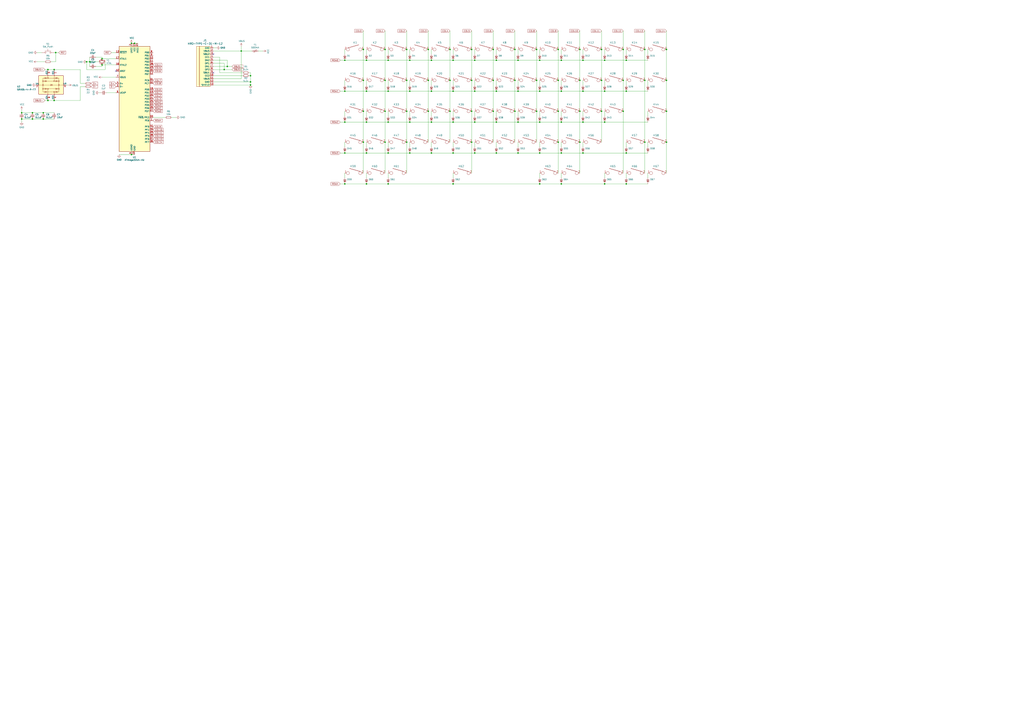
<source format=kicad_sch>
(kicad_sch (version 20200714) (host eeschema "(5.99.0-2809-gaceed2b0a4)")
  (page 1 1)
  (paper "A1")
  (junction (at 17.78 92.71) (diameter 1.016))
  (junction (at 17.78 97.79) (diameter 1.016))
  (junction (at 26.67 92.71) (diameter 1.016))
  (junction (at 26.67 97.79) (diameter 1.016))
  (junction (at 35.56 92.71) (diameter 1.016))
  (junction (at 35.56 97.79) (diameter 1.016))
  (junction (at 39.37 57.15) (diameter 1.016))
  (junction (at 39.37 82.55) (diameter 1.016))
  (junction (at 44.45 57.15) (diameter 1.016))
  (junction (at 44.45 82.55) (diameter 1.016))
  (junction (at 45.72 43.18) (diameter 1.016))
  (junction (at 71.12 50.8) (diameter 1.016))
  (junction (at 73.66 50.8) (diameter 1.016))
  (junction (at 83.82 48.26) (diameter 1.016))
  (junction (at 83.82 53.34) (diameter 1.016))
  (junction (at 107.95 35.56) (diameter 1.016))
  (junction (at 107.95 127) (diameter 1.016))
  (junction (at 110.49 35.56) (diameter 1.016))
  (junction (at 184.15 57.15) (diameter 1.016))
  (junction (at 186.69 54.61) (diameter 1.016))
  (junction (at 198.12 41.91) (diameter 1.016))
  (junction (at 205.74 62.23) (diameter 1.016))
  (junction (at 205.74 67.31) (diameter 1.016))
  (junction (at 205.74 69.85) (diameter 1.016))
  (junction (at 283.21 49.53) (diameter 1.016))
  (junction (at 283.21 74.93) (diameter 1.016))
  (junction (at 283.21 100.33) (diameter 1.016))
  (junction (at 283.21 125.73) (diameter 1.016))
  (junction (at 283.21 151.13) (diameter 1.016))
  (junction (at 298.45 40.64) (diameter 1.016))
  (junction (at 298.45 66.04) (diameter 1.016))
  (junction (at 298.45 91.44) (diameter 1.016))
  (junction (at 298.45 116.84) (diameter 1.016))
  (junction (at 300.99 49.53) (diameter 1.016))
  (junction (at 300.99 74.93) (diameter 1.016))
  (junction (at 300.99 100.33) (diameter 1.016))
  (junction (at 300.99 125.73) (diameter 1.016))
  (junction (at 300.99 151.13) (diameter 1.016))
  (junction (at 316.23 40.64) (diameter 1.016))
  (junction (at 316.23 66.04) (diameter 1.016))
  (junction (at 316.23 91.44) (diameter 1.016))
  (junction (at 316.23 116.84) (diameter 1.016))
  (junction (at 318.77 49.53) (diameter 1.016))
  (junction (at 318.77 74.93) (diameter 1.016))
  (junction (at 318.77 100.33) (diameter 1.016))
  (junction (at 318.77 125.73) (diameter 1.016))
  (junction (at 318.77 151.13) (diameter 1.016))
  (junction (at 334.01 40.64) (diameter 1.016))
  (junction (at 334.01 66.04) (diameter 1.016))
  (junction (at 334.01 91.44) (diameter 1.016))
  (junction (at 334.01 116.84) (diameter 1.016))
  (junction (at 336.55 49.53) (diameter 1.016))
  (junction (at 336.55 74.93) (diameter 1.016))
  (junction (at 336.55 100.33) (diameter 1.016))
  (junction (at 336.55 125.73) (diameter 1.016))
  (junction (at 351.79 40.64) (diameter 1.016))
  (junction (at 351.79 66.04) (diameter 1.016))
  (junction (at 351.79 91.44) (diameter 1.016))
  (junction (at 354.33 49.53) (diameter 1.016))
  (junction (at 354.33 74.93) (diameter 1.016))
  (junction (at 354.33 100.33) (diameter 1.016))
  (junction (at 354.33 125.73) (diameter 1.016))
  (junction (at 369.57 40.64) (diameter 1.016))
  (junction (at 369.57 66.04) (diameter 1.016))
  (junction (at 369.57 91.44) (diameter 1.016))
  (junction (at 372.11 49.53) (diameter 1.016))
  (junction (at 372.11 74.93) (diameter 1.016))
  (junction (at 372.11 100.33) (diameter 1.016))
  (junction (at 372.11 125.73) (diameter 1.016))
  (junction (at 372.11 151.13) (diameter 1.016))
  (junction (at 387.35 40.64) (diameter 1.016))
  (junction (at 387.35 66.04) (diameter 1.016))
  (junction (at 387.35 91.44) (diameter 1.016))
  (junction (at 387.35 116.84) (diameter 1.016))
  (junction (at 389.89 49.53) (diameter 1.016))
  (junction (at 389.89 74.93) (diameter 1.016))
  (junction (at 389.89 100.33) (diameter 1.016))
  (junction (at 389.89 125.73) (diameter 1.016))
  (junction (at 405.13 40.64) (diameter 1.016))
  (junction (at 405.13 66.04) (diameter 1.016))
  (junction (at 405.13 91.44) (diameter 1.016))
  (junction (at 407.67 49.53) (diameter 1.016))
  (junction (at 407.67 74.93) (diameter 1.016))
  (junction (at 407.67 100.33) (diameter 1.016))
  (junction (at 407.67 125.73) (diameter 1.016))
  (junction (at 422.91 40.64) (diameter 1.016))
  (junction (at 422.91 66.04) (diameter 1.016))
  (junction (at 422.91 91.44) (diameter 1.016))
  (junction (at 425.45 49.53) (diameter 1.016))
  (junction (at 425.45 74.93) (diameter 1.016))
  (junction (at 425.45 100.33) (diameter 1.016))
  (junction (at 425.45 125.73) (diameter 1.016))
  (junction (at 440.69 40.64) (diameter 1.016))
  (junction (at 440.69 66.04) (diameter 1.016))
  (junction (at 440.69 91.44) (diameter 1.016))
  (junction (at 443.23 49.53) (diameter 1.016))
  (junction (at 443.23 74.93) (diameter 1.016))
  (junction (at 443.23 100.33) (diameter 1.016))
  (junction (at 443.23 125.73) (diameter 1.016))
  (junction (at 443.23 151.13) (diameter 1.016))
  (junction (at 458.47 40.64) (diameter 1.016))
  (junction (at 458.47 66.04) (diameter 1.016))
  (junction (at 458.47 91.44) (diameter 1.016))
  (junction (at 458.47 116.84) (diameter 1.016))
  (junction (at 461.01 49.53) (diameter 1.016))
  (junction (at 461.01 74.93) (diameter 1.016))
  (junction (at 461.01 100.33) (diameter 1.016))
  (junction (at 461.01 125.73) (diameter 1.016))
  (junction (at 461.01 151.13) (diameter 1.016))
  (junction (at 476.25 40.64) (diameter 1.016))
  (junction (at 476.25 66.04) (diameter 1.016))
  (junction (at 476.25 91.44) (diameter 1.016))
  (junction (at 476.25 116.84) (diameter 1.016))
  (junction (at 478.79 49.53) (diameter 1.016))
  (junction (at 478.79 74.93) (diameter 1.016))
  (junction (at 478.79 100.33) (diameter 1.016))
  (junction (at 478.79 125.73) (diameter 1.016))
  (junction (at 494.03 40.64) (diameter 1.016))
  (junction (at 494.03 66.04) (diameter 1.016))
  (junction (at 494.03 91.44) (diameter 1.016))
  (junction (at 496.57 49.53) (diameter 1.016))
  (junction (at 496.57 74.93) (diameter 1.016))
  (junction (at 496.57 100.33) (diameter 1.016))
  (junction (at 496.57 151.13) (diameter 1.016))
  (junction (at 511.81 40.64) (diameter 1.016))
  (junction (at 511.81 66.04) (diameter 1.016))
  (junction (at 511.81 91.44) (diameter 1.016))
  (junction (at 514.35 49.53) (diameter 1.016))
  (junction (at 514.35 74.93) (diameter 1.016))
  (junction (at 514.35 125.73) (diameter 1.016))
  (junction (at 514.35 151.13) (diameter 1.016))
  (junction (at 529.59 40.64) (diameter 1.016))
  (junction (at 529.59 66.04) (diameter 1.016))
  (junction (at 529.59 116.84) (diameter 1.016))
  (junction (at 547.37 40.64) (diameter 1.016))
  (junction (at 547.37 66.04) (diameter 1.016))
  (junction (at 547.37 91.44) (diameter 1.016))
  (junction (at 547.37 116.84) (diameter 1.016))
  (no_connect (at 175.26 44.45))
  (no_connect (at 175.26 59.69))
  (no_connect (at 95.25 58.42))
  (wire (pts (xy 17.78 90.17) (xy 17.78 92.71)))
  (wire (pts (xy 17.78 92.71) (xy 26.67 92.71)))
  (wire (pts (xy 17.78 97.79) (xy 17.78 100.33)))
  (wire (pts (xy 17.78 97.79) (xy 26.67 97.79)))
  (wire (pts (xy 26.67 92.71) (xy 35.56 92.71)))
  (wire (pts (xy 26.67 97.79) (xy 35.56 97.79)))
  (wire (pts (xy 30.48 43.18) (xy 34.29 43.18)))
  (wire (pts (xy 30.48 50.8) (xy 36.83 50.8)))
  (wire (pts (xy 35.56 92.71) (xy 44.45 92.71)))
  (wire (pts (xy 35.56 97.79) (xy 44.45 97.79)))
  (wire (pts (xy 36.83 57.15) (xy 39.37 57.15)))
  (wire (pts (xy 36.83 82.55) (xy 39.37 82.55)))
  (wire (pts (xy 39.37 57.15) (xy 44.45 57.15)))
  (wire (pts (xy 39.37 82.55) (xy 44.45 82.55)))
  (wire (pts (xy 44.45 43.18) (xy 45.72 43.18)))
  (wire (pts (xy 44.45 57.15) (xy 66.04 57.15)))
  (wire (pts (xy 45.72 43.18) (xy 45.72 50.8)))
  (wire (pts (xy 45.72 43.18) (xy 48.26 43.18)))
  (wire (pts (xy 45.72 50.8) (xy 41.91 50.8)))
  (wire (pts (xy 54.61 69.85) (xy 55.88 69.85)))
  (wire (pts (xy 66.04 57.15) (xy 66.04 68.58)))
  (wire (pts (xy 66.04 68.58) (xy 69.85 68.58)))
  (wire (pts (xy 66.04 71.12) (xy 66.04 82.55)))
  (wire (pts (xy 66.04 71.12) (xy 69.85 71.12)))
  (wire (pts (xy 66.04 82.55) (xy 44.45 82.55)))
  (wire (pts (xy 71.12 50.8) (xy 73.66 50.8)))
  (wire (pts (xy 71.12 57.15) (xy 71.12 50.8)))
  (wire (pts (xy 73.66 46.99) (xy 73.66 50.8)))
  (wire (pts (xy 73.66 50.8) (xy 73.66 54.61)))
  (wire (pts (xy 73.66 50.8) (xy 81.28 50.8)))
  (wire (pts (xy 78.74 46.99) (xy 83.82 46.99)))
  (wire (pts (xy 78.74 54.61) (xy 83.82 54.61)))
  (wire (pts (xy 82.55 76.2) (xy 81.28 76.2)))
  (wire (pts (xy 83.82 46.99) (xy 83.82 48.26)))
  (wire (pts (xy 83.82 48.26) (xy 95.25 48.26)))
  (wire (pts (xy 83.82 53.34) (xy 83.82 54.61)))
  (wire (pts (xy 83.82 53.34) (xy 95.25 53.34)))
  (wire (pts (xy 83.82 63.5) (xy 95.25 63.5)))
  (wire (pts (xy 86.36 50.8) (xy 86.36 57.15)))
  (wire (pts (xy 86.36 57.15) (xy 71.12 57.15)))
  (wire (pts (xy 87.63 76.2) (xy 95.25 76.2)))
  (wire (pts (xy 91.44 43.18) (xy 95.25 43.18)))
  (wire (pts (xy 97.79 127) (xy 107.95 127)))
  (wire (pts (xy 107.95 35.56) (xy 110.49 35.56)))
  (wire (pts (xy 107.95 127) (xy 110.49 127)))
  (wire (pts (xy 110.49 35.56) (xy 113.03 35.56)))
  (wire (pts (xy 125.73 96.52) (xy 135.89 96.52)))
  (wire (pts (xy 140.97 96.52) (xy 144.78 96.52)))
  (wire (pts (xy 175.26 39.37) (xy 177.8 39.37)))
  (wire (pts (xy 175.26 41.91) (xy 198.12 41.91)))
  (wire (pts (xy 175.26 46.99) (xy 180.34 46.99)))
  (wire (pts (xy 175.26 49.53) (xy 186.69 49.53)))
  (wire (pts (xy 175.26 52.07) (xy 184.15 52.07)))
  (wire (pts (xy 175.26 54.61) (xy 186.69 54.61)))
  (wire (pts (xy 175.26 57.15) (xy 184.15 57.15)))
  (wire (pts (xy 175.26 62.23) (xy 199.39 62.23)))
  (wire (pts (xy 175.26 64.77) (xy 198.12 64.77)))
  (wire (pts (xy 175.26 67.31) (xy 205.74 67.31)))
  (wire (pts (xy 175.26 69.85) (xy 205.74 69.85)))
  (wire (pts (xy 180.34 46.99) (xy 180.34 59.69)))
  (wire (pts (xy 180.34 59.69) (xy 199.39 59.69)))
  (wire (pts (xy 184.15 52.07) (xy 184.15 57.15)))
  (wire (pts (xy 184.15 57.15) (xy 190.5 57.15)))
  (wire (pts (xy 186.69 49.53) (xy 186.69 54.61)))
  (wire (pts (xy 186.69 54.61) (xy 190.5 54.61)))
  (wire (pts (xy 198.12 38.1) (xy 198.12 41.91)))
  (wire (pts (xy 198.12 41.91) (xy 198.12 64.77)))
  (wire (pts (xy 198.12 41.91) (xy 207.01 41.91)))
  (wire (pts (xy 204.47 59.69) (xy 205.74 59.69)))
  (wire (pts (xy 204.47 62.23) (xy 205.74 62.23)))
  (wire (pts (xy 205.74 59.69) (xy 205.74 62.23)))
  (wire (pts (xy 205.74 62.23) (xy 205.74 67.31)))
  (wire (pts (xy 205.74 67.31) (xy 205.74 69.85)))
  (wire (pts (xy 212.09 41.91) (xy 215.9 41.91)))
  (wire (pts (xy 279.4 49.53) (xy 283.21 49.53)))
  (wire (pts (xy 279.4 74.93) (xy 283.21 74.93)))
  (wire (pts (xy 279.4 100.33) (xy 283.21 100.33)))
  (wire (pts (xy 279.4 125.73) (xy 283.21 125.73)))
  (wire (pts (xy 279.4 151.13) (xy 283.21 151.13)))
  (wire (pts (xy 283.21 40.64) (xy 283.21 44.45)))
  (wire (pts (xy 283.21 49.53) (xy 300.99 49.53)))
  (wire (pts (xy 283.21 66.04) (xy 283.21 69.85)))
  (wire (pts (xy 283.21 74.93) (xy 300.99 74.93)))
  (wire (pts (xy 283.21 91.44) (xy 283.21 95.25)))
  (wire (pts (xy 283.21 100.33) (xy 300.99 100.33)))
  (wire (pts (xy 283.21 116.84) (xy 283.21 120.65)))
  (wire (pts (xy 283.21 125.73) (xy 300.99 125.73)))
  (wire (pts (xy 283.21 142.24) (xy 283.21 146.05)))
  (wire (pts (xy 283.21 151.13) (xy 300.99 151.13)))
  (wire (pts (xy 298.45 25.4) (xy 298.45 40.64)))
  (wire (pts (xy 298.45 40.64) (xy 298.45 66.04)))
  (wire (pts (xy 298.45 66.04) (xy 298.45 91.44)))
  (wire (pts (xy 298.45 91.44) (xy 298.45 116.84)))
  (wire (pts (xy 298.45 116.84) (xy 298.45 142.24)))
  (wire (pts (xy 300.99 40.64) (xy 300.99 44.45)))
  (wire (pts (xy 300.99 49.53) (xy 318.77 49.53)))
  (wire (pts (xy 300.99 66.04) (xy 300.99 69.85)))
  (wire (pts (xy 300.99 74.93) (xy 318.77 74.93)))
  (wire (pts (xy 300.99 91.44) (xy 300.99 95.25)))
  (wire (pts (xy 300.99 100.33) (xy 318.77 100.33)))
  (wire (pts (xy 300.99 116.84) (xy 300.99 120.65)))
  (wire (pts (xy 300.99 125.73) (xy 318.77 125.73)))
  (wire (pts (xy 300.99 142.24) (xy 300.99 146.05)))
  (wire (pts (xy 300.99 151.13) (xy 318.77 151.13)))
  (wire (pts (xy 316.23 25.4) (xy 316.23 40.64)))
  (wire (pts (xy 316.23 40.64) (xy 316.23 66.04)))
  (wire (pts (xy 316.23 66.04) (xy 316.23 91.44)))
  (wire (pts (xy 316.23 91.44) (xy 316.23 116.84)))
  (wire (pts (xy 316.23 116.84) (xy 316.23 142.24)))
  (wire (pts (xy 318.77 40.64) (xy 318.77 44.45)))
  (wire (pts (xy 318.77 49.53) (xy 336.55 49.53)))
  (wire (pts (xy 318.77 66.04) (xy 318.77 69.85)))
  (wire (pts (xy 318.77 74.93) (xy 336.55 74.93)))
  (wire (pts (xy 318.77 91.44) (xy 318.77 95.25)))
  (wire (pts (xy 318.77 100.33) (xy 336.55 100.33)))
  (wire (pts (xy 318.77 116.84) (xy 318.77 120.65)))
  (wire (pts (xy 318.77 125.73) (xy 336.55 125.73)))
  (wire (pts (xy 318.77 142.24) (xy 318.77 146.05)))
  (wire (pts (xy 318.77 151.13) (xy 372.11 151.13)))
  (wire (pts (xy 334.01 25.4) (xy 334.01 40.64)))
  (wire (pts (xy 334.01 40.64) (xy 334.01 66.04)))
  (wire (pts (xy 334.01 66.04) (xy 334.01 91.44)))
  (wire (pts (xy 334.01 91.44) (xy 334.01 116.84)))
  (wire (pts (xy 334.01 116.84) (xy 334.01 142.24)))
  (wire (pts (xy 336.55 40.64) (xy 336.55 44.45)))
  (wire (pts (xy 336.55 49.53) (xy 354.33 49.53)))
  (wire (pts (xy 336.55 66.04) (xy 336.55 69.85)))
  (wire (pts (xy 336.55 74.93) (xy 354.33 74.93)))
  (wire (pts (xy 336.55 91.44) (xy 336.55 95.25)))
  (wire (pts (xy 336.55 100.33) (xy 354.33 100.33)))
  (wire (pts (xy 336.55 116.84) (xy 336.55 120.65)))
  (wire (pts (xy 336.55 125.73) (xy 354.33 125.73)))
  (wire (pts (xy 351.79 25.4) (xy 351.79 40.64)))
  (wire (pts (xy 351.79 40.64) (xy 351.79 66.04)))
  (wire (pts (xy 351.79 66.04) (xy 351.79 91.44)))
  (wire (pts (xy 351.79 91.44) (xy 351.79 116.84)))
  (wire (pts (xy 354.33 40.64) (xy 354.33 44.45)))
  (wire (pts (xy 354.33 49.53) (xy 372.11 49.53)))
  (wire (pts (xy 354.33 66.04) (xy 354.33 69.85)))
  (wire (pts (xy 354.33 74.93) (xy 372.11 74.93)))
  (wire (pts (xy 354.33 91.44) (xy 354.33 95.25)))
  (wire (pts (xy 354.33 100.33) (xy 372.11 100.33)))
  (wire (pts (xy 354.33 116.84) (xy 354.33 120.65)))
  (wire (pts (xy 354.33 125.73) (xy 372.11 125.73)))
  (wire (pts (xy 369.57 25.4) (xy 369.57 40.64)))
  (wire (pts (xy 369.57 40.64) (xy 369.57 66.04)))
  (wire (pts (xy 369.57 66.04) (xy 369.57 91.44)))
  (wire (pts (xy 369.57 91.44) (xy 369.57 116.84)))
  (wire (pts (xy 372.11 40.64) (xy 372.11 44.45)))
  (wire (pts (xy 372.11 49.53) (xy 389.89 49.53)))
  (wire (pts (xy 372.11 66.04) (xy 372.11 69.85)))
  (wire (pts (xy 372.11 74.93) (xy 389.89 74.93)))
  (wire (pts (xy 372.11 91.44) (xy 372.11 95.25)))
  (wire (pts (xy 372.11 100.33) (xy 389.89 100.33)))
  (wire (pts (xy 372.11 116.84) (xy 372.11 120.65)))
  (wire (pts (xy 372.11 125.73) (xy 389.89 125.73)))
  (wire (pts (xy 372.11 142.24) (xy 372.11 146.05)))
  (wire (pts (xy 372.11 151.13) (xy 443.23 151.13)))
  (wire (pts (xy 387.35 25.4) (xy 387.35 40.64)))
  (wire (pts (xy 387.35 40.64) (xy 387.35 66.04)))
  (wire (pts (xy 387.35 66.04) (xy 387.35 91.44)))
  (wire (pts (xy 387.35 91.44) (xy 387.35 116.84)))
  (wire (pts (xy 387.35 116.84) (xy 387.35 142.24)))
  (wire (pts (xy 389.89 40.64) (xy 389.89 44.45)))
  (wire (pts (xy 389.89 49.53) (xy 407.67 49.53)))
  (wire (pts (xy 389.89 66.04) (xy 389.89 69.85)))
  (wire (pts (xy 389.89 74.93) (xy 407.67 74.93)))
  (wire (pts (xy 389.89 91.44) (xy 389.89 95.25)))
  (wire (pts (xy 389.89 100.33) (xy 407.67 100.33)))
  (wire (pts (xy 389.89 116.84) (xy 389.89 120.65)))
  (wire (pts (xy 389.89 125.73) (xy 407.67 125.73)))
  (wire (pts (xy 405.13 25.4) (xy 405.13 40.64)))
  (wire (pts (xy 405.13 40.64) (xy 405.13 66.04)))
  (wire (pts (xy 405.13 66.04) (xy 405.13 91.44)))
  (wire (pts (xy 405.13 91.44) (xy 405.13 116.84)))
  (wire (pts (xy 407.67 40.64) (xy 407.67 44.45)))
  (wire (pts (xy 407.67 49.53) (xy 425.45 49.53)))
  (wire (pts (xy 407.67 66.04) (xy 407.67 69.85)))
  (wire (pts (xy 407.67 74.93) (xy 425.45 74.93)))
  (wire (pts (xy 407.67 91.44) (xy 407.67 95.25)))
  (wire (pts (xy 407.67 100.33) (xy 425.45 100.33)))
  (wire (pts (xy 407.67 116.84) (xy 407.67 120.65)))
  (wire (pts (xy 407.67 125.73) (xy 425.45 125.73)))
  (wire (pts (xy 422.91 25.4) (xy 422.91 40.64)))
  (wire (pts (xy 422.91 40.64) (xy 422.91 66.04)))
  (wire (pts (xy 422.91 66.04) (xy 422.91 91.44)))
  (wire (pts (xy 422.91 91.44) (xy 422.91 116.84)))
  (wire (pts (xy 425.45 40.64) (xy 425.45 44.45)))
  (wire (pts (xy 425.45 49.53) (xy 443.23 49.53)))
  (wire (pts (xy 425.45 66.04) (xy 425.45 69.85)))
  (wire (pts (xy 425.45 74.93) (xy 443.23 74.93)))
  (wire (pts (xy 425.45 91.44) (xy 425.45 95.25)))
  (wire (pts (xy 425.45 100.33) (xy 443.23 100.33)))
  (wire (pts (xy 425.45 116.84) (xy 425.45 120.65)))
  (wire (pts (xy 425.45 125.73) (xy 443.23 125.73)))
  (wire (pts (xy 440.69 25.4) (xy 440.69 40.64)))
  (wire (pts (xy 440.69 40.64) (xy 440.69 66.04)))
  (wire (pts (xy 440.69 66.04) (xy 440.69 91.44)))
  (wire (pts (xy 440.69 91.44) (xy 440.69 116.84)))
  (wire (pts (xy 443.23 40.64) (xy 443.23 44.45)))
  (wire (pts (xy 443.23 49.53) (xy 461.01 49.53)))
  (wire (pts (xy 443.23 66.04) (xy 443.23 69.85)))
  (wire (pts (xy 443.23 74.93) (xy 461.01 74.93)))
  (wire (pts (xy 443.23 91.44) (xy 443.23 95.25)))
  (wire (pts (xy 443.23 100.33) (xy 461.01 100.33)))
  (wire (pts (xy 443.23 116.84) (xy 443.23 120.65)))
  (wire (pts (xy 443.23 125.73) (xy 461.01 125.73)))
  (wire (pts (xy 443.23 142.24) (xy 443.23 146.05)))
  (wire (pts (xy 443.23 151.13) (xy 461.01 151.13)))
  (wire (pts (xy 458.47 25.4) (xy 458.47 40.64)))
  (wire (pts (xy 458.47 40.64) (xy 458.47 66.04)))
  (wire (pts (xy 458.47 66.04) (xy 458.47 91.44)))
  (wire (pts (xy 458.47 91.44) (xy 458.47 116.84)))
  (wire (pts (xy 458.47 116.84) (xy 458.47 142.24)))
  (wire (pts (xy 461.01 40.64) (xy 461.01 44.45)))
  (wire (pts (xy 461.01 49.53) (xy 478.79 49.53)))
  (wire (pts (xy 461.01 66.04) (xy 461.01 69.85)))
  (wire (pts (xy 461.01 74.93) (xy 478.79 74.93)))
  (wire (pts (xy 461.01 91.44) (xy 461.01 95.25)))
  (wire (pts (xy 461.01 100.33) (xy 478.79 100.33)))
  (wire (pts (xy 461.01 116.84) (xy 461.01 120.65)))
  (wire (pts (xy 461.01 125.73) (xy 478.79 125.73)))
  (wire (pts (xy 461.01 142.24) (xy 461.01 146.05)))
  (wire (pts (xy 461.01 151.13) (xy 496.57 151.13)))
  (wire (pts (xy 476.25 25.4) (xy 476.25 40.64)))
  (wire (pts (xy 476.25 40.64) (xy 476.25 66.04)))
  (wire (pts (xy 476.25 66.04) (xy 476.25 91.44)))
  (wire (pts (xy 476.25 91.44) (xy 476.25 116.84)))
  (wire (pts (xy 476.25 116.84) (xy 476.25 142.24)))
  (wire (pts (xy 478.79 40.64) (xy 478.79 44.45)))
  (wire (pts (xy 478.79 49.53) (xy 496.57 49.53)))
  (wire (pts (xy 478.79 66.04) (xy 478.79 69.85)))
  (wire (pts (xy 478.79 74.93) (xy 496.57 74.93)))
  (wire (pts (xy 478.79 91.44) (xy 478.79 95.25)))
  (wire (pts (xy 478.79 100.33) (xy 496.57 100.33)))
  (wire (pts (xy 478.79 116.84) (xy 478.79 120.65)))
  (wire (pts (xy 478.79 125.73) (xy 514.35 125.73)))
  (wire (pts (xy 494.03 25.4) (xy 494.03 40.64)))
  (wire (pts (xy 494.03 40.64) (xy 494.03 66.04)))
  (wire (pts (xy 494.03 66.04) (xy 494.03 91.44)))
  (wire (pts (xy 494.03 91.44) (xy 494.03 116.84)))
  (wire (pts (xy 496.57 40.64) (xy 496.57 44.45)))
  (wire (pts (xy 496.57 49.53) (xy 514.35 49.53)))
  (wire (pts (xy 496.57 66.04) (xy 496.57 69.85)))
  (wire (pts (xy 496.57 74.93) (xy 514.35 74.93)))
  (wire (pts (xy 496.57 91.44) (xy 496.57 95.25)))
  (wire (pts (xy 496.57 100.33) (xy 532.13 100.33)))
  (wire (pts (xy 496.57 142.24) (xy 496.57 146.05)))
  (wire (pts (xy 496.57 151.13) (xy 514.35 151.13)))
  (wire (pts (xy 511.81 25.4) (xy 511.81 40.64)))
  (wire (pts (xy 511.81 40.64) (xy 511.81 66.04)))
  (wire (pts (xy 511.81 66.04) (xy 511.81 91.44)))
  (wire (pts (xy 511.81 91.44) (xy 511.81 142.24)))
  (wire (pts (xy 514.35 40.64) (xy 514.35 44.45)))
  (wire (pts (xy 514.35 49.53) (xy 532.13 49.53)))
  (wire (pts (xy 514.35 66.04) (xy 514.35 69.85)))
  (wire (pts (xy 514.35 74.93) (xy 532.13 74.93)))
  (wire (pts (xy 514.35 116.84) (xy 514.35 120.65)))
  (wire (pts (xy 514.35 125.73) (xy 532.13 125.73)))
  (wire (pts (xy 514.35 142.24) (xy 514.35 146.05)))
  (wire (pts (xy 514.35 151.13) (xy 532.13 151.13)))
  (wire (pts (xy 529.59 25.4) (xy 529.59 40.64)))
  (wire (pts (xy 529.59 40.64) (xy 529.59 66.04)))
  (wire (pts (xy 529.59 66.04) (xy 529.59 116.84)))
  (wire (pts (xy 529.59 116.84) (xy 529.59 142.24)))
  (wire (pts (xy 532.13 40.64) (xy 532.13 44.45)))
  (wire (pts (xy 532.13 66.04) (xy 532.13 69.85)))
  (wire (pts (xy 532.13 91.44) (xy 532.13 95.25)))
  (wire (pts (xy 532.13 116.84) (xy 532.13 120.65)))
  (wire (pts (xy 532.13 142.24) (xy 532.13 146.05)))
  (wire (pts (xy 547.37 25.4) (xy 547.37 40.64)))
  (wire (pts (xy 547.37 40.64) (xy 547.37 66.04)))
  (wire (pts (xy 547.37 66.04) (xy 547.37 91.44)))
  (wire (pts (xy 547.37 91.44) (xy 547.37 116.84)))
  (wire (pts (xy 547.37 116.84) (xy 547.37 142.24)))
  (global_label "DBUS+" (shape input) (at 36.83 57.15 180))
  (global_label "DBUS-" (shape input) (at 36.83 82.55 180))
  (global_label "RST" (shape input) (at 48.26 43.18 0))
  (global_label "D+" (shape input) (at 74.93 68.58 0))
  (global_label "D-" (shape input) (at 74.93 71.12 0))
  (global_label "RST" (shape input) (at 91.44 43.18 180))
  (global_label "D+" (shape input) (at 95.25 68.58 180))
  (global_label "D-" (shape input) (at 95.25 71.12 180))
  (global_label "COL4" (shape input) (at 125.73 53.34 0))
  (global_label "COL5" (shape input) (at 125.73 55.88 0))
  (global_label "COL6" (shape input) (at 125.73 58.42 0))
  (global_label "COL7" (shape input) (at 125.73 66.04 0))
  (global_label "COL8" (shape input) (at 125.73 68.58 0))
  (global_label "COL0" (shape input) (at 125.73 73.66 0))
  (global_label "COL1" (shape input) (at 125.73 76.2 0))
  (global_label "COL2" (shape input) (at 125.73 78.74 0))
  (global_label "COL3" (shape input) (at 125.73 81.28 0))
  (global_label "ROW2" (shape input) (at 125.73 83.82 0))
  (global_label "ROW3" (shape input) (at 125.73 86.36 0))
  (global_label "ROW1" (shape input) (at 125.73 88.9 0))
  (global_label "ROW0" (shape input) (at 125.73 91.44 0))
  (global_label "ROW4" (shape input) (at 125.73 99.06 0))
  (global_label "COL9" (shape input) (at 125.73 104.14 0))
  (global_label "COL10" (shape input) (at 125.73 106.68 0))
  (global_label "COL11" (shape input) (at 125.73 109.22 0))
  (global_label "COL12" (shape input) (at 125.73 111.76 0))
  (global_label "COL13" (shape input) (at 125.73 114.3 0))
  (global_label "COL14" (shape input) (at 125.73 116.84 0))
  (global_label "DBUS-" (shape input) (at 190.5 54.61 0))
  (global_label "DBUS+" (shape input) (at 190.5 57.15 0))
  (global_label "ROW0" (shape input) (at 279.4 49.53 180))
  (global_label "ROW1" (shape input) (at 279.4 74.93 180))
  (global_label "ROW2" (shape input) (at 279.4 100.33 180))
  (global_label "ROW3" (shape input) (at 279.4 125.73 180))
  (global_label "ROW4" (shape input) (at 279.4 151.13 180))
  (global_label "COL0" (shape input) (at 298.45 25.4 180))
  (global_label "COL1" (shape input) (at 316.23 25.4 180))
  (global_label "COL2" (shape input) (at 334.01 25.4 180))
  (global_label "COL3" (shape input) (at 351.79 25.4 180))
  (global_label "COL4" (shape input) (at 369.57 25.4 180))
  (global_label "COL5" (shape input) (at 387.35 25.4 180))
  (global_label "COL6" (shape input) (at 405.13 25.4 180))
  (global_label "COL7" (shape input) (at 422.91 25.4 180))
  (global_label "COL8" (shape input) (at 440.69 25.4 180))
  (global_label "COL9" (shape input) (at 458.47 25.4 180))
  (global_label "COL10" (shape input) (at 476.25 25.4 180))
  (global_label "COL11" (shape input) (at 494.03 25.4 180))
  (global_label "COL12" (shape input) (at 511.81 25.4 180))
  (global_label "COL13" (shape input) (at 529.59 25.4 180))
  (global_label "COL14" (shape input) (at 547.37 25.4 180))
  (symbol (lib_id "power:VCC") (at 17.78 90.17 0) (unit 1)
    (property "Reference" "#PWR0102" (effects hide))
    (property "Value" "VCC" (at 18.1483 85.8456 0))
  )
  (symbol (lib_id "power:VCC") (at 30.48 50.8 90) (unit 1)
    (property "Reference" "#PWR0114" (effects hide))
    (property "Value" "VCC" (at 27.3049 50.4317 90) (effects (justify left)))
  )
  (symbol (lib_id "power:VBUS") (at 55.88 69.85 270) (unit 1)
    (property "Reference" "#PWR0115" (effects hide))
    (property "Value" "VBUS" (at 59.0551 70.2183 90) (effects (justify left)))
  )
  (symbol (lib_id "power:VCC") (at 83.82 63.5 90) (unit 1)
    (property "Reference" "#PWR0103" (effects hide))
    (property "Value" "VCC" (at 80.6449 63.1317 90) (effects (justify left)))
  )
  (symbol (lib_id "power:VCC") (at 107.95 35.56 0) (unit 1)
    (property "Reference" "#PWR0106" (effects hide))
    (property "Value" "VCC" (at 108.3183 31.2356 0))
  )
  (symbol (lib_id "power:VBUS") (at 198.12 38.1 0) (unit 1)
    (property "Reference" "#PWR0105" (effects hide))
    (property "Value" "VBUS" (at 198.4883 33.7756 0))
  )
  (symbol (lib_id "power:VCC") (at 215.9 41.91 270) (unit 1)
    (property "Reference" "#PWR0111" (effects hide))
    (property "Value" "VCC" (at 220.2244 42.2783 0))
  )
  (symbol (lib_id "power:GND") (at 17.78 100.33 0) (unit 1)
    (property "Reference" "#PWR0101" (effects hide))
    (property "Value" "GND" (at 17.8943 104.6544 0))
  )
  (symbol (lib_id "power:GND") (at 29.21 69.85 270) (unit 1)
    (property "Reference" "#PWR0116" (effects hide))
    (property "Value" "GND" (at 26.035 69.9643 90) (effects (justify right)))
  )
  (symbol (lib_id "power:GND") (at 30.48 43.18 270) (unit 1)
    (property "Reference" "#PWR0113" (effects hide))
    (property "Value" "GND" (at 27.305 43.2943 90) (effects (justify right)))
  )
  (symbol (lib_id "power:GND") (at 71.12 50.8 270) (unit 1)
    (property "Reference" "#PWR0112" (effects hide))
    (property "Value" "GND" (at 67.945 50.9143 90) (effects (justify right)))
  )
  (symbol (lib_id "power:GND") (at 81.28 76.2 270) (unit 1)
    (property "Reference" "#PWR0104" (effects hide))
    (property "Value" "GND" (at 76.9556 76.3143 0))
  )
  (symbol (lib_id "power:GND") (at 97.79 127 0) (unit 1)
    (property "Reference" "#PWR0107" (effects hide))
    (property "Value" "GND" (at 97.9043 131.3244 0))
  )
  (symbol (lib_id "power:GND") (at 144.78 96.52 90) (unit 1)
    (property "Reference" "#PWR0108" (effects hide))
    (property "Value" "GND" (at 147.9551 96.4057 90) (effects (justify right)))
  )
  (symbol (lib_id "power:GND") (at 177.8 39.37 90) (unit 1)
    (property "Reference" "#PWR0109" (effects hide))
    (property "Value" "GND" (at 180.9751 39.2557 90) (effects (justify right)))
  )
  (symbol (lib_id "power:GND") (at 205.74 69.85 0) (unit 1)
    (property "Reference" "#PWR0110" (effects hide))
    (property "Value" "GND" (at 205.8543 73.0251 90) (effects (justify right)))
  )
  (symbol (lib_id "Device:R_Small") (at 39.37 50.8 90) (unit 1)
    (property "Reference" "R5" (at 39.37 45.853 90))
    (property "Value" "10k" (at 39.37 48.1519 90))
    (property "Footprint" "Resistor_SMD:R_0805_2012Metric" (effects hide))
  )
  (symbol (lib_id "Device:R_Small") (at 72.39 68.58 90) (unit 1)
    (property "Reference" "R3" (at 72.39 63.633 90))
    (property "Value" "22" (at 72.39 65.932 90))
    (property "Footprint" "Resistor_SMD:R_0805_2012Metric" (effects hide))
  )
  (symbol (lib_id "Device:R_Small") (at 72.39 71.12 90) (unit 1)
    (property "Reference" "R4" (at 72.39 73.793 90))
    (property "Value" "22" (at 72.39 76.092 90))
    (property "Footprint" "Resistor_SMD:R_0805_2012Metric" (effects hide))
  )
  (symbol (lib_id "Device:R_Small") (at 138.43 96.52 270) (unit 1)
    (property "Reference" "R6" (at 138.43 91.5732 90))
    (property "Value" "10k" (at 138.43 93.8719 90))
    (property "Footprint" "Resistor_SMD:R_0805_2012Metric" (effects hide))
  )
  (symbol (lib_id "Device:R_Small") (at 201.93 59.69 90) (unit 1)
    (property "Reference" "R1" (at 201.93 54.743 90))
    (property "Value" "5.1k" (at 201.93 57.042 90))
    (property "Footprint" "Resistor_SMD:R_0805_2012Metric" (effects hide))
  )
  (symbol (lib_id "Device:R_Small") (at 201.93 62.23 90) (unit 1)
    (property "Reference" "R2" (at 201.93 64.268 90))
    (property "Value" "5.1k" (at 201.93 66.567 90))
    (property "Footprint" "Resistor_SMD:R_0805_2012Metric" (effects hide))
  )
  (symbol (lib_id "Device:Polyfuse_Small") (at 209.55 41.91 90) (unit 1)
    (property "Reference" "F1" (at 209.55 36.8108 90))
    (property "Value" "500mA" (at 209.55 39.109 90))
    (property "Footprint" "Fuse:Fuse_1206_3216Metric" (effects hide))
  )
  (symbol (lib_id "Device:D_Small") (at 283.21 46.99 90) (unit 1)
    (property "Reference" "D1" (at 284.9881 45.8406 90) (effects (justify right)))
    (property "Value" "D" (effects hide))
    (property "Footprint" "Diode_SMD:D_SOD-123" (effects hide))
  )
  (symbol (lib_id "Device:D_Small") (at 283.21 72.39 90) (unit 1)
    (property "Reference" "D16" (at 284.9881 71.2406 90) (effects (justify right)))
    (property "Value" "D" (effects hide))
    (property "Footprint" "Diode_SMD:D_SOD-123" (effects hide))
  )
  (symbol (lib_id "Device:D_Small") (at 283.21 97.79 90) (unit 1)
    (property "Reference" "D31" (at 284.9881 96.6406 90) (effects (justify right)))
    (property "Value" "D" (effects hide))
    (property "Footprint" "Diode_SMD:D_SOD-123" (effects hide))
  )
  (symbol (lib_id "Device:D_Small") (at 283.21 123.19 90) (unit 1)
    (property "Reference" "D45" (at 284.9881 122.0406 90) (effects (justify right)))
    (property "Value" "D" (effects hide))
    (property "Footprint" "Diode_SMD:D_SOD-123" (effects hide))
  )
  (symbol (lib_id "Device:D_Small") (at 283.21 148.59 90) (unit 1)
    (property "Reference" "D59" (at 284.9881 147.4406 90) (effects (justify right)))
    (property "Value" "D" (effects hide))
    (property "Footprint" "Diode_SMD:D_SOD-123" (effects hide))
  )
  (symbol (lib_id "Device:D_Small") (at 300.99 46.99 90) (unit 1)
    (property "Reference" "D2" (at 302.7681 45.8406 90) (effects (justify right)))
    (property "Value" "D" (effects hide))
    (property "Footprint" "Diode_SMD:D_SOD-123" (effects hide))
  )
  (symbol (lib_id "Device:D_Small") (at 300.99 72.39 90) (unit 1)
    (property "Reference" "D17" (at 302.7681 71.2406 90) (effects (justify right)))
    (property "Value" "D" (effects hide))
    (property "Footprint" "Diode_SMD:D_SOD-123" (effects hide))
  )
  (symbol (lib_id "Device:D_Small") (at 300.99 97.79 90) (unit 1)
    (property "Reference" "D32" (at 302.7681 96.6406 90) (effects (justify right)))
    (property "Value" "D" (effects hide))
    (property "Footprint" "Diode_SMD:D_SOD-123" (effects hide))
  )
  (symbol (lib_id "Device:D_Small") (at 300.99 123.19 90) (unit 1)
    (property "Reference" "D46" (at 302.7681 122.0406 90) (effects (justify right)))
    (property "Value" "D" (effects hide))
    (property "Footprint" "Diode_SMD:D_SOD-123" (effects hide))
  )
  (symbol (lib_id "Device:D_Small") (at 300.99 148.59 90) (unit 1)
    (property "Reference" "D60" (at 302.7681 147.4406 90) (effects (justify right)))
    (property "Value" "D" (effects hide))
    (property "Footprint" "Diode_SMD:D_SOD-123" (effects hide))
  )
  (symbol (lib_id "Device:D_Small") (at 318.77 46.99 90) (unit 1)
    (property "Reference" "D3" (at 320.5481 45.8406 90) (effects (justify right)))
    (property "Value" "D" (effects hide))
    (property "Footprint" "Diode_SMD:D_SOD-123" (effects hide))
  )
  (symbol (lib_id "Device:D_Small") (at 318.77 72.39 90) (unit 1)
    (property "Reference" "D18" (at 320.5481 71.2406 90) (effects (justify right)))
    (property "Value" "D" (effects hide))
    (property "Footprint" "Diode_SMD:D_SOD-123" (effects hide))
  )
  (symbol (lib_id "Device:D_Small") (at 318.77 97.79 90) (unit 1)
    (property "Reference" "D33" (at 320.5481 96.6406 90) (effects (justify right)))
    (property "Value" "D" (effects hide))
    (property "Footprint" "Diode_SMD:D_SOD-123" (effects hide))
  )
  (symbol (lib_id "Device:D_Small") (at 318.77 123.19 90) (unit 1)
    (property "Reference" "D47" (at 320.5481 122.0406 90) (effects (justify right)))
    (property "Value" "D" (effects hide))
    (property "Footprint" "Diode_SMD:D_SOD-123" (effects hide))
  )
  (symbol (lib_id "Device:D_Small") (at 318.77 148.59 90) (unit 1)
    (property "Reference" "D61" (at 320.5481 147.4406 90) (effects (justify right)))
    (property "Value" "D" (effects hide))
    (property "Footprint" "Diode_SMD:D_SOD-123" (effects hide))
  )
  (symbol (lib_id "Device:D_Small") (at 336.55 46.99 90) (unit 1)
    (property "Reference" "D4" (at 338.3281 45.8406 90) (effects (justify right)))
    (property "Value" "D" (effects hide))
    (property "Footprint" "Diode_SMD:D_SOD-123" (effects hide))
  )
  (symbol (lib_id "Device:D_Small") (at 336.55 72.39 90) (unit 1)
    (property "Reference" "D19" (at 338.3281 71.2406 90) (effects (justify right)))
    (property "Value" "D" (effects hide))
    (property "Footprint" "Diode_SMD:D_SOD-123" (effects hide))
  )
  (symbol (lib_id "Device:D_Small") (at 336.55 97.79 90) (unit 1)
    (property "Reference" "D34" (at 338.3281 96.6406 90) (effects (justify right)))
    (property "Value" "D" (effects hide))
    (property "Footprint" "Diode_SMD:D_SOD-123" (effects hide))
  )
  (symbol (lib_id "Device:D_Small") (at 336.55 123.19 90) (unit 1)
    (property "Reference" "D48" (at 338.3281 122.0406 90) (effects (justify right)))
    (property "Value" "D" (effects hide))
    (property "Footprint" "Diode_SMD:D_SOD-123" (effects hide))
  )
  (symbol (lib_id "Device:D_Small") (at 354.33 46.99 90) (unit 1)
    (property "Reference" "D5" (at 356.1081 45.8406 90) (effects (justify right)))
    (property "Value" "D" (effects hide))
    (property "Footprint" "Diode_SMD:D_SOD-123" (effects hide))
  )
  (symbol (lib_id "Device:D_Small") (at 354.33 72.39 90) (unit 1)
    (property "Reference" "D20" (at 356.1081 71.2406 90) (effects (justify right)))
    (property "Value" "D" (effects hide))
    (property "Footprint" "Diode_SMD:D_SOD-123" (effects hide))
  )
  (symbol (lib_id "Device:D_Small") (at 354.33 97.79 90) (unit 1)
    (property "Reference" "D35" (at 356.1081 96.6406 90) (effects (justify right)))
    (property "Value" "D" (effects hide))
    (property "Footprint" "Diode_SMD:D_SOD-123" (effects hide))
  )
  (symbol (lib_id "Device:D_Small") (at 354.33 123.19 90) (unit 1)
    (property "Reference" "D49" (at 356.1081 122.0406 90) (effects (justify right)))
    (property "Value" "D" (effects hide))
    (property "Footprint" "Diode_SMD:D_SOD-123" (effects hide))
  )
  (symbol (lib_id "Device:D_Small") (at 372.11 46.99 90) (unit 1)
    (property "Reference" "D6" (at 373.8881 45.8406 90) (effects (justify right)))
    (property "Value" "D" (effects hide))
    (property "Footprint" "Diode_SMD:D_SOD-123" (effects hide))
  )
  (symbol (lib_id "Device:D_Small") (at 372.11 72.39 90) (unit 1)
    (property "Reference" "D21" (at 373.8881 71.2406 90) (effects (justify right)))
    (property "Value" "D" (effects hide))
    (property "Footprint" "Diode_SMD:D_SOD-123" (effects hide))
  )
  (symbol (lib_id "Device:D_Small") (at 372.11 97.79 90) (unit 1)
    (property "Reference" "D36" (at 373.8881 96.6406 90) (effects (justify right)))
    (property "Value" "D" (effects hide))
    (property "Footprint" "Diode_SMD:D_SOD-123" (effects hide))
  )
  (symbol (lib_id "Device:D_Small") (at 372.11 123.19 90) (unit 1)
    (property "Reference" "D50" (at 373.8881 122.0406 90) (effects (justify right)))
    (property "Value" "D" (effects hide))
    (property "Footprint" "Diode_SMD:D_SOD-123" (effects hide))
  )
  (symbol (lib_id "Device:D_Small") (at 372.11 148.59 90) (unit 1)
    (property "Reference" "D62" (at 373.8881 147.4406 90) (effects (justify right)))
    (property "Value" "D" (effects hide))
    (property "Footprint" "Diode_SMD:D_SOD-123" (effects hide))
  )
  (symbol (lib_id "Device:D_Small") (at 389.89 46.99 90) (unit 1)
    (property "Reference" "D7" (at 391.6681 45.8406 90) (effects (justify right)))
    (property "Value" "D" (effects hide))
    (property "Footprint" "Diode_SMD:D_SOD-123" (effects hide))
  )
  (symbol (lib_id "Device:D_Small") (at 389.89 72.39 90) (unit 1)
    (property "Reference" "D22" (at 391.6681 71.2406 90) (effects (justify right)))
    (property "Value" "D" (effects hide))
    (property "Footprint" "Diode_SMD:D_SOD-123" (effects hide))
  )
  (symbol (lib_id "Device:D_Small") (at 389.89 97.79 90) (unit 1)
    (property "Reference" "D37" (at 391.6681 96.6406 90) (effects (justify right)))
    (property "Value" "D" (effects hide))
    (property "Footprint" "Diode_SMD:D_SOD-123" (effects hide))
  )
  (symbol (lib_id "Device:D_Small") (at 389.89 123.19 90) (unit 1)
    (property "Reference" "D51" (at 391.6681 122.0406 90) (effects (justify right)))
    (property "Value" "D" (effects hide))
    (property "Footprint" "Diode_SMD:D_SOD-123" (effects hide))
  )
  (symbol (lib_id "Device:D_Small") (at 407.67 46.99 90) (unit 1)
    (property "Reference" "D8" (at 409.4481 45.8406 90) (effects (justify right)))
    (property "Value" "D" (effects hide))
    (property "Footprint" "Diode_SMD:D_SOD-123" (effects hide))
  )
  (symbol (lib_id "Device:D_Small") (at 407.67 72.39 90) (unit 1)
    (property "Reference" "D23" (at 409.4481 71.2406 90) (effects (justify right)))
    (property "Value" "D" (effects hide))
    (property "Footprint" "Diode_SMD:D_SOD-123" (effects hide))
  )
  (symbol (lib_id "Device:D_Small") (at 407.67 97.79 90) (unit 1)
    (property "Reference" "D38" (at 409.4481 96.6406 90) (effects (justify right)))
    (property "Value" "D" (effects hide))
    (property "Footprint" "Diode_SMD:D_SOD-123" (effects hide))
  )
  (symbol (lib_id "Device:D_Small") (at 407.67 123.19 90) (unit 1)
    (property "Reference" "D52" (at 409.4481 122.0406 90) (effects (justify right)))
    (property "Value" "D" (effects hide))
    (property "Footprint" "Diode_SMD:D_SOD-123" (effects hide))
  )
  (symbol (lib_id "Device:D_Small") (at 425.45 46.99 90) (unit 1)
    (property "Reference" "D9" (at 427.2281 45.8406 90) (effects (justify right)))
    (property "Value" "D" (effects hide))
    (property "Footprint" "Diode_SMD:D_SOD-123" (effects hide))
  )
  (symbol (lib_id "Device:D_Small") (at 425.45 72.39 90) (unit 1)
    (property "Reference" "D24" (at 427.2281 71.2406 90) (effects (justify right)))
    (property "Value" "D" (effects hide))
    (property "Footprint" "Diode_SMD:D_SOD-123" (effects hide))
  )
  (symbol (lib_id "Device:D_Small") (at 425.45 97.79 90) (unit 1)
    (property "Reference" "D39" (at 427.2281 96.6406 90) (effects (justify right)))
    (property "Value" "D" (effects hide))
    (property "Footprint" "Diode_SMD:D_SOD-123" (effects hide))
  )
  (symbol (lib_id "Device:D_Small") (at 425.45 123.19 90) (unit 1)
    (property "Reference" "D53" (at 427.2281 122.0406 90) (effects (justify right)))
    (property "Value" "D" (effects hide))
    (property "Footprint" "Diode_SMD:D_SOD-123" (effects hide))
  )
  (symbol (lib_id "Device:D_Small") (at 443.23 46.99 90) (unit 1)
    (property "Reference" "D10" (at 445.0081 45.8406 90) (effects (justify right)))
    (property "Value" "D" (effects hide))
    (property "Footprint" "Diode_SMD:D_SOD-123" (effects hide))
  )
  (symbol (lib_id "Device:D_Small") (at 443.23 72.39 90) (unit 1)
    (property "Reference" "D25" (at 445.0081 71.2406 90) (effects (justify right)))
    (property "Value" "D" (effects hide))
    (property "Footprint" "Diode_SMD:D_SOD-123" (effects hide))
  )
  (symbol (lib_id "Device:D_Small") (at 443.23 97.79 90) (unit 1)
    (property "Reference" "D40" (at 445.0081 96.6406 90) (effects (justify right)))
    (property "Value" "D" (effects hide))
    (property "Footprint" "Diode_SMD:D_SOD-123" (effects hide))
  )
  (symbol (lib_id "Device:D_Small") (at 443.23 123.19 90) (unit 1)
    (property "Reference" "D54" (at 445.0081 122.0406 90) (effects (justify right)))
    (property "Value" "D" (effects hide))
    (property "Footprint" "Diode_SMD:D_SOD-123" (effects hide))
  )
  (symbol (lib_id "Device:D_Small") (at 443.23 148.59 90) (unit 1)
    (property "Reference" "D63" (at 445.0081 147.4406 90) (effects (justify right)))
    (property "Value" "D" (effects hide))
    (property "Footprint" "Diode_SMD:D_SOD-123" (effects hide))
  )
  (symbol (lib_id "Device:D_Small") (at 461.01 46.99 90) (unit 1)
    (property "Reference" "D11" (at 462.7881 45.8406 90) (effects (justify right)))
    (property "Value" "D" (effects hide))
    (property "Footprint" "Diode_SMD:D_SOD-123" (effects hide))
  )
  (symbol (lib_id "Device:D_Small") (at 461.01 72.39 90) (unit 1)
    (property "Reference" "D26" (at 462.7881 71.2406 90) (effects (justify right)))
    (property "Value" "D" (effects hide))
    (property "Footprint" "Diode_SMD:D_SOD-123" (effects hide))
  )
  (symbol (lib_id "Device:D_Small") (at 461.01 97.79 90) (unit 1)
    (property "Reference" "D41" (at 462.7881 96.6406 90) (effects (justify right)))
    (property "Value" "D" (effects hide))
    (property "Footprint" "Diode_SMD:D_SOD-123" (effects hide))
  )
  (symbol (lib_id "Device:D_Small") (at 461.01 123.19 90) (unit 1)
    (property "Reference" "D55" (at 462.7881 122.0406 90) (effects (justify right)))
    (property "Value" "D" (effects hide))
    (property "Footprint" "Diode_SMD:D_SOD-123" (effects hide))
  )
  (symbol (lib_id "Device:D_Small") (at 461.01 148.59 90) (unit 1)
    (property "Reference" "D64" (at 462.7881 147.4406 90) (effects (justify right)))
    (property "Value" "D" (effects hide))
    (property "Footprint" "Diode_SMD:D_SOD-123" (effects hide))
  )
  (symbol (lib_id "Device:D_Small") (at 478.79 46.99 90) (unit 1)
    (property "Reference" "D12" (at 480.5681 45.8406 90) (effects (justify right)))
    (property "Value" "D" (effects hide))
    (property "Footprint" "Diode_SMD:D_SOD-123" (effects hide))
  )
  (symbol (lib_id "Device:D_Small") (at 478.79 72.39 90) (unit 1)
    (property "Reference" "D27" (at 480.5681 71.2406 90) (effects (justify right)))
    (property "Value" "D" (effects hide))
    (property "Footprint" "Diode_SMD:D_SOD-123" (effects hide))
  )
  (symbol (lib_id "Device:D_Small") (at 478.79 97.79 90) (unit 1)
    (property "Reference" "D42" (at 480.5681 96.6406 90) (effects (justify right)))
    (property "Value" "D" (effects hide))
    (property "Footprint" "Diode_SMD:D_SOD-123" (effects hide))
  )
  (symbol (lib_id "Device:D_Small") (at 478.79 123.19 90) (unit 1)
    (property "Reference" "D56" (at 480.5681 122.0406 90) (effects (justify right)))
    (property "Value" "D" (effects hide))
    (property "Footprint" "Diode_SMD:D_SOD-123" (effects hide))
  )
  (symbol (lib_id "Device:D_Small") (at 496.57 46.99 90) (unit 1)
    (property "Reference" "D13" (at 498.3481 45.8406 90) (effects (justify right)))
    (property "Value" "D" (effects hide))
    (property "Footprint" "Diode_SMD:D_SOD-123" (effects hide))
  )
  (symbol (lib_id "Device:D_Small") (at 496.57 72.39 90) (unit 1)
    (property "Reference" "D28" (at 498.3481 71.2406 90) (effects (justify right)))
    (property "Value" "D" (effects hide))
    (property "Footprint" "Diode_SMD:D_SOD-123" (effects hide))
  )
  (symbol (lib_id "Device:D_Small") (at 496.57 97.79 90) (unit 1)
    (property "Reference" "D43" (at 498.3481 96.6406 90) (effects (justify right)))
    (property "Value" "D" (effects hide))
    (property "Footprint" "Diode_SMD:D_SOD-123" (effects hide))
  )
  (symbol (lib_id "Device:D_Small") (at 496.57 148.59 90) (unit 1)
    (property "Reference" "D65" (at 498.3481 147.4406 90) (effects (justify right)))
    (property "Value" "D" (effects hide))
    (property "Footprint" "Diode_SMD:D_SOD-123" (effects hide))
  )
  (symbol (lib_id "Device:D_Small") (at 514.35 46.99 90) (unit 1)
    (property "Reference" "D14" (at 516.1281 45.8406 90) (effects (justify right)))
    (property "Value" "D" (effects hide))
    (property "Footprint" "Diode_SMD:D_SOD-123" (effects hide))
  )
  (symbol (lib_id "Device:D_Small") (at 514.35 72.39 90) (unit 1)
    (property "Reference" "D29" (at 516.1281 71.2406 90) (effects (justify right)))
    (property "Value" "D" (effects hide))
    (property "Footprint" "Diode_SMD:D_SOD-123" (effects hide))
  )
  (symbol (lib_id "Device:D_Small") (at 514.35 123.19 90) (unit 1)
    (property "Reference" "D57" (at 516.1281 122.0406 90) (effects (justify right)))
    (property "Value" "D" (effects hide))
    (property "Footprint" "Diode_SMD:D_SOD-123" (effects hide))
  )
  (symbol (lib_id "Device:D_Small") (at 514.35 148.59 90) (unit 1)
    (property "Reference" "D66" (at 516.1281 147.4406 90) (effects (justify right)))
    (property "Value" "D" (effects hide))
    (property "Footprint" "Diode_SMD:D_SOD-123" (effects hide))
  )
  (symbol (lib_id "Device:D_Small") (at 532.13 46.99 90) (unit 1)
    (property "Reference" "D15" (at 533.9081 45.8406 90) (effects (justify right)))
    (property "Value" "D" (effects hide))
    (property "Footprint" "Diode_SMD:D_SOD-123" (effects hide))
  )
  (symbol (lib_id "Device:D_Small") (at 532.13 72.39 90) (unit 1)
    (property "Reference" "D30" (at 533.9081 71.2406 90) (effects (justify right)))
    (property "Value" "D" (effects hide))
    (property "Footprint" "Diode_SMD:D_SOD-123" (effects hide))
  )
  (symbol (lib_id "Device:D_Small") (at 532.13 97.79 90) (unit 1)
    (property "Reference" "D44" (at 533.9081 96.6406 90) (effects (justify right)))
    (property "Value" "D" (effects hide))
    (property "Footprint" "Diode_SMD:D_SOD-123" (effects hide))
  )
  (symbol (lib_id "Device:D_Small") (at 532.13 123.19 90) (unit 1)
    (property "Reference" "D58" (at 533.9081 122.0406 90) (effects (justify right)))
    (property "Value" "D" (effects hide))
    (property "Footprint" "Diode_SMD:D_SOD-123" (effects hide))
  )
  (symbol (lib_id "Device:D_Small") (at 532.13 148.59 90) (unit 1)
    (property "Reference" "D67" (at 533.9081 147.4406 90) (effects (justify right)))
    (property "Value" "D" (effects hide))
    (property "Footprint" "Diode_SMD:D_SOD-123" (effects hide))
  )
  (symbol (lib_id "Device:C_Small") (at 17.78 95.25 0) (unit 1)
    (property "Reference" "C4" (at 20.1042 94.1006 0) (effects (justify left)))
    (property "Value" "0.1uF" (at 20.104 96.399 0) (effects (justify left)))
    (property "Footprint" "Capacitor_SMD:C_0805_2012Metric" (effects hide))
  )
  (symbol (lib_id "Device:C_Small") (at 26.67 95.25 0) (unit 1)
    (property "Reference" "C5" (at 28.9942 94.1006 0) (effects (justify left)))
    (property "Value" "0.1uF" (at 28.994 96.399 0) (effects (justify left)))
    (property "Footprint" "Capacitor_SMD:C_0805_2012Metric" (effects hide))
  )
  (symbol (lib_id "Device:C_Small") (at 35.56 95.25 0) (unit 1)
    (property "Reference" "C6" (at 37.8842 94.1006 0) (effects (justify left)))
    (property "Value" "0.1uF" (at 37.884 96.399 0) (effects (justify left)))
    (property "Footprint" "Capacitor_SMD:C_0805_2012Metric" (effects hide))
  )
  (symbol (lib_id "Device:C_Small") (at 44.45 95.25 0) (unit 1)
    (property "Reference" "C7" (at 46.7742 94.1006 0) (effects (justify left)))
    (property "Value" "10uF" (at 46.774 96.399 0) (effects (justify left)))
    (property "Footprint" "Capacitor_SMD:C_0805_2012Metric" (effects hide))
  )
  (symbol (lib_id "Device:C_Small") (at 76.2 46.99 90) (unit 1)
    (property "Reference" "C1" (at 76.2 41.2177 90))
    (property "Value" "22pF" (at 76.2 43.5164 90))
    (property "Footprint" "Capacitor_SMD:C_0805_2012Metric" (effects hide))
  )
  (symbol (lib_id "Device:C_Small") (at 76.2 54.61 90) (unit 1)
    (property "Reference" "C2" (at 76.2 48.8377 90))
    (property "Value" "22pF" (at 76.2 51.1364 90))
    (property "Footprint" "Capacitor_SMD:C_0805_2012Metric" (effects hide))
  )
  (symbol (lib_id "Device:C_Small") (at 85.09 76.2 90) (unit 1)
    (property "Reference" "C3" (at 85.09 70.4277 90))
    (property "Value" "1uF" (at 85.09 72.7264 90))
    (property "Footprint" "Capacitor_SMD:C_0805_2012Metric" (effects hide))
  )
  (symbol (lib_id "Device:Crystal_GND24_Small") (at 83.82 50.8 90) (unit 1)
    (property "Reference" "Y1" (at 87.376 49.651 90) (effects (justify right)))
    (property "Value" "XTAL" (at 87.376 51.949 90) (effects (justify right)))
    (property "Footprint" "Crystal:Crystal_SMD_3225-4Pin_3.2x2.5mm" (effects hide))
  )
  (symbol (lib_id "Switch:SW_Push") (at 39.37 43.18 0) (unit 1)
    (property "Reference" "S1" (at 39.37 36.049 0))
    (property "Value" "SW_Push" (at 39.37 38.3475 0))
    (property "Footprint" "random-keyboard-parts:SKQG-1155865" (effects hide))
  )
  (symbol (lib_id "keyboard_parts:KEYSW") (at 290.83 40.64 0) (unit 1)
    (property "Reference" "K1" (at 291.716 35.039 0) (effects (font (size 1.524 1.524))))
    (property "Value" "KEYSW" (effects hide))
    (property "Footprint" "keyboard_parts:Kailh_MX_Socket (3D)" (effects hide))
  )
  (symbol (lib_id "keyboard_parts:KEYSW") (at 290.83 66.04 0) (mirror y) (unit 1)
    (property "Reference" "K16" (at 289.944 60.439 0) (effects (font (size 1.524 1.524))))
    (property "Value" "KEYSW" (effects hide))
    (property "Footprint" "keyboard_parts:Kailh_MX_Socket (3D)" (effects hide))
  )
  (symbol (lib_id "keyboard_parts:KEYSW") (at 290.83 91.44 0) (mirror y) (unit 1)
    (property "Reference" "K31" (at 289.944 85.839 0) (effects (font (size 1.524 1.524))))
    (property "Value" "KEYSW" (effects hide))
    (property "Footprint" "keyboard_parts:Kailh_MX_Socket (3D)" (effects hide))
  )
  (symbol (lib_id "keyboard_parts:KEYSW") (at 290.83 116.84 0) (mirror y) (unit 1)
    (property "Reference" "K45" (at 289.944 111.239 0) (effects (font (size 1.524 1.524))))
    (property "Value" "KEYSW" (effects hide))
    (property "Footprint" "keyboard_parts:Kailh_MX_Socket (3D)" (effects hide))
  )
  (symbol (lib_id "keyboard_parts:KEYSW") (at 290.83 142.24 0) (mirror y) (unit 1)
    (property "Reference" "K59" (at 289.944 136.639 0) (effects (font (size 1.524 1.524))))
    (property "Value" "KEYSW" (effects hide))
    (property "Footprint" "keyboard_parts:Kailh_MX_Socket (3D)" (effects hide))
  )
  (symbol (lib_id "keyboard_parts:KEYSW") (at 308.61 40.64 0) (mirror y) (unit 1)
    (property "Reference" "K2" (at 307.724 35.039 0) (effects (font (size 1.524 1.524))))
    (property "Value" "KEYSW" (effects hide))
    (property "Footprint" "keyboard_parts:Kailh_MX_Socket (3D)" (effects hide))
  )
  (symbol (lib_id "keyboard_parts:KEYSW") (at 308.61 66.04 0) (mirror y) (unit 1)
    (property "Reference" "K17" (at 307.724 60.439 0) (effects (font (size 1.524 1.524))))
    (property "Value" "KEYSW" (effects hide))
    (property "Footprint" "keyboard_parts:Kailh_MX_Socket (3D)" (effects hide))
  )
  (symbol (lib_id "keyboard_parts:KEYSW") (at 308.61 91.44 0) (mirror y) (unit 1)
    (property "Reference" "K32" (at 307.724 85.839 0) (effects (font (size 1.524 1.524))))
    (property "Value" "KEYSW" (effects hide))
    (property "Footprint" "keyboard_parts:Kailh_MX_Socket (3D)" (effects hide))
  )
  (symbol (lib_id "keyboard_parts:KEYSW") (at 308.61 116.84 0) (mirror y) (unit 1)
    (property "Reference" "K46" (at 307.724 111.239 0) (effects (font (size 1.524 1.524))))
    (property "Value" "KEYSW" (effects hide))
    (property "Footprint" "keyboard_parts:Kailh_MX_Socket (3D)" (effects hide))
  )
  (symbol (lib_id "keyboard_parts:KEYSW") (at 308.61 142.24 0) (mirror y) (unit 1)
    (property "Reference" "K60" (at 307.724 136.639 0) (effects (font (size 1.524 1.524))))
    (property "Value" "KEYSW" (effects hide))
    (property "Footprint" "keyboard_parts:Kailh_MX_Socket (3D)" (effects hide))
  )
  (symbol (lib_id "keyboard_parts:KEYSW") (at 326.39 40.64 0) (mirror y) (unit 1)
    (property "Reference" "K3" (at 325.505 35.039 0) (effects (font (size 1.524 1.524))))
    (property "Value" "KEYSW" (effects hide))
    (property "Footprint" "keyboard_parts:Kailh_MX_Socket (3D)" (effects hide))
  )
  (symbol (lib_id "keyboard_parts:KEYSW") (at 326.39 66.04 0) (mirror y) (unit 1)
    (property "Reference" "K18" (at 325.504 60.439 0) (effects (font (size 1.524 1.524))))
    (property "Value" "KEYSW" (effects hide))
    (property "Footprint" "keyboard_parts:Kailh_MX_Socket (3D)" (effects hide))
  )
  (symbol (lib_id "keyboard_parts:KEYSW") (at 326.39 91.44 0) (mirror y) (unit 1)
    (property "Reference" "K33" (at 325.504 85.839 0) (effects (font (size 1.524 1.524))))
    (property "Value" "KEYSW" (effects hide))
    (property "Footprint" "keyboard_parts:Kailh_MX_Socket (3D)" (effects hide))
  )
  (symbol (lib_id "keyboard_parts:KEYSW") (at 326.39 116.84 0) (mirror y) (unit 1)
    (property "Reference" "K47" (at 325.504 111.239 0) (effects (font (size 1.524 1.524))))
    (property "Value" "KEYSW" (effects hide))
    (property "Footprint" "keyboard_parts:Kailh_MX_Socket (3D)" (effects hide))
  )
  (symbol (lib_id "keyboard_parts:KEYSW") (at 326.39 142.24 0) (mirror y) (unit 1)
    (property "Reference" "K61" (at 325.504 136.639 0) (effects (font (size 1.524 1.524))))
    (property "Value" "KEYSW" (effects hide))
    (property "Footprint" "keyboard_parts:Kailh_MX_Socket (3D)" (effects hide))
  )
  (symbol (lib_id "keyboard_parts:KEYSW") (at 344.17 40.64 0) (mirror y) (unit 1)
    (property "Reference" "K4" (at 343.285 35.039 0) (effects (font (size 1.524 1.524))))
    (property "Value" "KEYSW" (effects hide))
    (property "Footprint" "keyboard_parts:Kailh_MX_Socket (3D)" (effects hide))
  )
  (symbol (lib_id "keyboard_parts:KEYSW") (at 344.17 66.04 0) (mirror y) (unit 1)
    (property "Reference" "K19" (at 343.284 60.439 0) (effects (font (size 1.524 1.524))))
    (property "Value" "KEYSW" (effects hide))
    (property "Footprint" "keyboard_parts:Kailh_MX_Socket (3D)" (effects hide))
  )
  (symbol (lib_id "keyboard_parts:KEYSW") (at 344.17 91.44 0) (mirror y) (unit 1)
    (property "Reference" "K34" (at 343.284 85.839 0) (effects (font (size 1.524 1.524))))
    (property "Value" "KEYSW" (effects hide))
    (property "Footprint" "keyboard_parts:Kailh_MX_Socket (3D)" (effects hide))
  )
  (symbol (lib_id "keyboard_parts:KEYSW") (at 344.17 116.84 0) (mirror y) (unit 1)
    (property "Reference" "K48" (at 343.284 111.239 0) (effects (font (size 1.524 1.524))))
    (property "Value" "KEYSW" (effects hide))
    (property "Footprint" "keyboard_parts:Kailh_MX_Socket (3D)" (effects hide))
  )
  (symbol (lib_id "keyboard_parts:KEYSW") (at 361.95 40.64 0) (mirror y) (unit 1)
    (property "Reference" "K5" (at 361.065 35.039 0) (effects (font (size 1.524 1.524))))
    (property "Value" "KEYSW" (effects hide))
    (property "Footprint" "keyboard_parts:Kailh_MX_Socket (3D)" (effects hide))
  )
  (symbol (lib_id "keyboard_parts:KEYSW") (at 361.95 66.04 0) (mirror y) (unit 1)
    (property "Reference" "K20" (at 361.064 60.439 0) (effects (font (size 1.524 1.524))))
    (property "Value" "KEYSW" (effects hide))
    (property "Footprint" "keyboard_parts:Kailh_MX_Socket (3D)" (effects hide))
  )
  (symbol (lib_id "keyboard_parts:KEYSW") (at 361.95 91.44 0) (mirror y) (unit 1)
    (property "Reference" "K35" (at 361.064 85.839 0) (effects (font (size 1.524 1.524))))
    (property "Value" "KEYSW" (effects hide))
    (property "Footprint" "keyboard_parts:Kailh_MX_Socket (3D)" (effects hide))
  )
  (symbol (lib_id "keyboard_parts:KEYSW") (at 361.95 116.84 0) (mirror y) (unit 1)
    (property "Reference" "K49" (at 361.064 111.239 0) (effects (font (size 1.524 1.524))))
    (property "Value" "KEYSW" (effects hide))
    (property "Footprint" "keyboard_parts:Kailh_MX_Socket (3D)" (effects hide))
  )
  (symbol (lib_id "keyboard_parts:KEYSW") (at 379.73 40.64 0) (mirror y) (unit 1)
    (property "Reference" "K6" (at 378.844 35.039 0) (effects (font (size 1.524 1.524))))
    (property "Value" "KEYSW" (effects hide))
    (property "Footprint" "keyboard_parts:Kailh_MX_Socket (3D)" (effects hide))
  )
  (symbol (lib_id "keyboard_parts:KEYSW") (at 379.73 66.04 0) (mirror y) (unit 1)
    (property "Reference" "K21" (at 378.844 60.439 0) (effects (font (size 1.524 1.524))))
    (property "Value" "KEYSW" (effects hide))
    (property "Footprint" "keyboard_parts:Kailh_MX_Socket (3D)" (effects hide))
  )
  (symbol (lib_id "keyboard_parts:KEYSW") (at 379.73 91.44 0) (mirror y) (unit 1)
    (property "Reference" "K36" (at 378.844 85.839 0) (effects (font (size 1.524 1.524))))
    (property "Value" "KEYSW" (effects hide))
    (property "Footprint" "keyboard_parts:Kailh_MX_Socket (3D)" (effects hide))
  )
  (symbol (lib_id "keyboard_parts:KEYSW") (at 379.73 116.84 0) (mirror y) (unit 1)
    (property "Reference" "K50" (at 378.844 111.239 0) (effects (font (size 1.524 1.524))))
    (property "Value" "KEYSW" (effects hide))
    (property "Footprint" "keyboard_parts:Kailh_MX_Socket (3D)" (effects hide))
  )
  (symbol (lib_id "keyboard_parts:KEYSW") (at 379.73 142.24 0) (mirror y) (unit 1)
    (property "Reference" "K62" (at 378.844 136.639 0) (effects (font (size 1.524 1.524))))
    (property "Value" "KEYSW" (effects hide))
    (property "Footprint" "keyboard_parts:Kailh_MX_Socket (3D)" (effects hide))
  )
  (symbol (lib_id "keyboard_parts:KEYSW") (at 397.51 40.64 0) (mirror y) (unit 1)
    (property "Reference" "K7" (at 396.624 35.039 0) (effects (font (size 1.524 1.524))))
    (property "Value" "KEYSW" (effects hide))
    (property "Footprint" "keyboard_parts:Kailh_MX_Socket (3D)" (effects hide))
  )
  (symbol (lib_id "keyboard_parts:KEYSW") (at 397.51 66.04 0) (mirror y) (unit 1)
    (property "Reference" "K22" (at 396.624 60.439 0) (effects (font (size 1.524 1.524))))
    (property "Value" "KEYSW" (effects hide))
    (property "Footprint" "keyboard_parts:Kailh_MX_Socket (3D)" (effects hide))
  )
  (symbol (lib_id "keyboard_parts:KEYSW") (at 397.51 91.44 0) (mirror y) (unit 1)
    (property "Reference" "K37" (at 396.624 85.839 0) (effects (font (size 1.524 1.524))))
    (property "Value" "KEYSW" (effects hide))
    (property "Footprint" "keyboard_parts:Kailh_MX_Socket (3D)" (effects hide))
  )
  (symbol (lib_id "keyboard_parts:KEYSW") (at 397.51 116.84 0) (mirror y) (unit 1)
    (property "Reference" "K51" (at 396.624 111.239 0) (effects (font (size 1.524 1.524))))
    (property "Value" "KEYSW" (effects hide))
    (property "Footprint" "keyboard_parts:Kailh_MX_Socket (3D)" (effects hide))
  )
  (symbol (lib_id "keyboard_parts:KEYSW") (at 415.29 40.64 0) (mirror y) (unit 1)
    (property "Reference" "K8" (at 414.405 35.039 0) (effects (font (size 1.524 1.524))))
    (property "Value" "KEYSW" (effects hide))
    (property "Footprint" "keyboard_parts:Kailh_MX_Socket (3D)" (effects hide))
  )
  (symbol (lib_id "keyboard_parts:KEYSW") (at 415.29 66.04 0) (mirror y) (unit 1)
    (property "Reference" "K23" (at 414.404 60.439 0) (effects (font (size 1.524 1.524))))
    (property "Value" "KEYSW" (effects hide))
    (property "Footprint" "keyboard_parts:Kailh_MX_Socket (3D)" (effects hide))
  )
  (symbol (lib_id "keyboard_parts:KEYSW") (at 415.29 91.44 0) (mirror y) (unit 1)
    (property "Reference" "K38" (at 414.404 85.839 0) (effects (font (size 1.524 1.524))))
    (property "Value" "KEYSW" (effects hide))
    (property "Footprint" "keyboard_parts:Kailh_MX_Socket (3D)" (effects hide))
  )
  (symbol (lib_id "keyboard_parts:KEYSW") (at 415.29 116.84 0) (mirror y) (unit 1)
    (property "Reference" "K52" (at 414.404 111.239 0) (effects (font (size 1.524 1.524))))
    (property "Value" "KEYSW" (effects hide))
    (property "Footprint" "keyboard_parts:Kailh_MX_Socket (3D)" (effects hide))
  )
  (symbol (lib_id "keyboard_parts:KEYSW") (at 433.07 40.64 0) (mirror y) (unit 1)
    (property "Reference" "K9" (at 432.185 35.039 0) (effects (font (size 1.524 1.524))))
    (property "Value" "KEYSW" (effects hide))
    (property "Footprint" "keyboard_parts:Kailh_MX_Socket (3D)" (effects hide))
  )
  (symbol (lib_id "keyboard_parts:KEYSW") (at 433.07 66.04 0) (mirror y) (unit 1)
    (property "Reference" "K24" (at 432.184 60.439 0) (effects (font (size 1.524 1.524))))
    (property "Value" "KEYSW" (effects hide))
    (property "Footprint" "keyboard_parts:Kailh_MX_Socket (3D)" (effects hide))
  )
  (symbol (lib_id "keyboard_parts:KEYSW") (at 433.07 91.44 0) (mirror y) (unit 1)
    (property "Reference" "K39" (at 432.184 85.839 0) (effects (font (size 1.524 1.524))))
    (property "Value" "KEYSW" (effects hide))
    (property "Footprint" "keyboard_parts:Kailh_MX_Socket (3D)" (effects hide))
  )
  (symbol (lib_id "keyboard_parts:KEYSW") (at 433.07 116.84 0) (mirror y) (unit 1)
    (property "Reference" "K53" (at 432.184 111.239 0) (effects (font (size 1.524 1.524))))
    (property "Value" "KEYSW" (effects hide))
    (property "Footprint" "keyboard_parts:Kailh_MX_Socket (3D)" (effects hide))
  )
  (symbol (lib_id "keyboard_parts:KEYSW") (at 450.85 40.64 0) (mirror y) (unit 1)
    (property "Reference" "K10" (at 449.965 35.039 0) (effects (font (size 1.524 1.524))))
    (property "Value" "KEYSW" (effects hide))
    (property "Footprint" "keyboard_parts:Kailh_MX_Socket (3D)" (effects hide))
  )
  (symbol (lib_id "keyboard_parts:KEYSW") (at 450.85 66.04 0) (mirror y) (unit 1)
    (property "Reference" "K25" (at 449.964 60.439 0) (effects (font (size 1.524 1.524))))
    (property "Value" "KEYSW" (effects hide))
    (property "Footprint" "keyboard_parts:Kailh_MX_Socket (3D)" (effects hide))
  )
  (symbol (lib_id "keyboard_parts:KEYSW") (at 450.85 91.44 0) (mirror y) (unit 1)
    (property "Reference" "K40" (at 449.964 85.839 0) (effects (font (size 1.524 1.524))))
    (property "Value" "KEYSW" (effects hide))
    (property "Footprint" "keyboard_parts:Kailh_MX_Socket (3D)" (effects hide))
  )
  (symbol (lib_id "keyboard_parts:KEYSW") (at 450.85 116.84 0) (mirror y) (unit 1)
    (property "Reference" "K54" (at 449.964 111.239 0) (effects (font (size 1.524 1.524))))
    (property "Value" "KEYSW" (effects hide))
    (property "Footprint" "keyboard_parts:Kailh_MX_Socket (3D)" (effects hide))
  )
  (symbol (lib_id "keyboard_parts:KEYSW") (at 450.85 142.24 0) (mirror y) (unit 1)
    (property "Reference" "K63" (at 449.964 136.639 0) (effects (font (size 1.524 1.524))))
    (property "Value" "KEYSW" (effects hide))
    (property "Footprint" "keyboard_parts:Kailh_MX_Socket (3D)" (effects hide))
  )
  (symbol (lib_id "keyboard_parts:KEYSW") (at 468.63 40.64 0) (mirror y) (unit 1)
    (property "Reference" "K11" (at 467.744 35.039 0) (effects (font (size 1.524 1.524))))
    (property "Value" "KEYSW" (effects hide))
    (property "Footprint" "keyboard_parts:Kailh_MX_Socket (3D)" (effects hide))
  )
  (symbol (lib_id "keyboard_parts:KEYSW") (at 468.63 66.04 0) (mirror y) (unit 1)
    (property "Reference" "K26" (at 467.744 60.439 0) (effects (font (size 1.524 1.524))))
    (property "Value" "KEYSW" (effects hide))
    (property "Footprint" "keyboard_parts:Kailh_MX_Socket (3D)" (effects hide))
  )
  (symbol (lib_id "keyboard_parts:KEYSW") (at 468.63 91.44 0) (mirror y) (unit 1)
    (property "Reference" "K41" (at 467.744 85.839 0) (effects (font (size 1.524 1.524))))
    (property "Value" "KEYSW" (effects hide))
    (property "Footprint" "keyboard_parts:Kailh_MX_Socket (3D)" (effects hide))
  )
  (symbol (lib_id "keyboard_parts:KEYSW") (at 468.63 116.84 0) (mirror y) (unit 1)
    (property "Reference" "K55" (at 467.744 111.239 0) (effects (font (size 1.524 1.524))))
    (property "Value" "KEYSW" (effects hide))
    (property "Footprint" "keyboard_parts:Kailh_MX_Socket (3D)" (effects hide))
  )
  (symbol (lib_id "keyboard_parts:KEYSW") (at 468.63 142.24 0) (mirror y) (unit 1)
    (property "Reference" "K64" (at 467.744 136.639 0) (effects (font (size 1.524 1.524))))
    (property "Value" "KEYSW" (effects hide))
    (property "Footprint" "keyboard_parts:Kailh_MX_Socket (3D)" (effects hide))
  )
  (symbol (lib_id "keyboard_parts:KEYSW") (at 486.41 40.64 0) (mirror y) (unit 1)
    (property "Reference" "K12" (at 485.524 35.039 0) (effects (font (size 1.524 1.524))))
    (property "Value" "KEYSW" (effects hide))
    (property "Footprint" "keyboard_parts:Kailh_MX_Socket (3D)" (effects hide))
  )
  (symbol (lib_id "keyboard_parts:KEYSW") (at 486.41 66.04 0) (mirror y) (unit 1)
    (property "Reference" "K27" (at 485.524 60.439 0) (effects (font (size 1.524 1.524))))
    (property "Value" "KEYSW" (effects hide))
    (property "Footprint" "keyboard_parts:Kailh_MX_Socket (3D)" (effects hide))
  )
  (symbol (lib_id "keyboard_parts:KEYSW") (at 486.41 91.44 0) (mirror y) (unit 1)
    (property "Reference" "K42" (at 485.524 85.839 0) (effects (font (size 1.524 1.524))))
    (property "Value" "KEYSW" (effects hide))
    (property "Footprint" "keyboard_parts:Kailh_MX_Socket (3D)" (effects hide))
  )
  (symbol (lib_id "keyboard_parts:KEYSW") (at 486.41 116.84 0) (mirror y) (unit 1)
    (property "Reference" "K56" (at 485.524 111.239 0) (effects (font (size 1.524 1.524))))
    (property "Value" "KEYSW" (effects hide))
    (property "Footprint" "keyboard_parts:Kailh_MX_Socket (3D)" (effects hide))
  )
  (symbol (lib_id "keyboard_parts:KEYSW") (at 504.19 40.64 0) (mirror y) (unit 1)
    (property "Reference" "K13" (at 503.305 35.039 0) (effects (font (size 1.524 1.524))))
    (property "Value" "KEYSW" (effects hide))
    (property "Footprint" "keyboard_parts:Kailh_MX_Socket (3D)" (effects hide))
  )
  (symbol (lib_id "keyboard_parts:KEYSW") (at 504.19 66.04 0) (mirror y) (unit 1)
    (property "Reference" "K28" (at 503.304 60.439 0) (effects (font (size 1.524 1.524))))
    (property "Value" "KEYSW" (effects hide))
    (property "Footprint" "keyboard_parts:Kailh_MX_Socket (3D)" (effects hide))
  )
  (symbol (lib_id "keyboard_parts:KEYSW") (at 504.19 91.44 0) (mirror y) (unit 1)
    (property "Reference" "K43" (at 503.304 85.839 0) (effects (font (size 1.524 1.524))))
    (property "Value" "KEYSW" (effects hide))
    (property "Footprint" "keyboard_parts:Kailh_MX_Socket (3D)" (effects hide))
  )
  (symbol (lib_id "keyboard_parts:KEYSW") (at 504.19 142.24 0) (mirror y) (unit 1)
    (property "Reference" "K65" (at 503.304 136.639 0) (effects (font (size 1.524 1.524))))
    (property "Value" "KEYSW" (effects hide))
    (property "Footprint" "keyboard_parts:Kailh_MX_Socket (3D)" (effects hide))
  )
  (symbol (lib_id "keyboard_parts:KEYSW") (at 521.97 40.64 0) (mirror y) (unit 1)
    (property "Reference" "K14" (at 521.085 35.039 0) (effects (font (size 1.524 1.524))))
    (property "Value" "KEYSW" (effects hide))
    (property "Footprint" "keyboard_parts:Kailh_MX_Socket (3D)" (effects hide))
  )
  (symbol (lib_id "keyboard_parts:KEYSW") (at 521.97 66.04 0) (mirror y) (unit 1)
    (property "Reference" "K29" (at 521.084 60.439 0) (effects (font (size 1.524 1.524))))
    (property "Value" "KEYSW" (effects hide))
    (property "Footprint" "keyboard_parts:Kailh_MX_Socket (3D)" (effects hide))
  )
  (symbol (lib_id "keyboard_parts:KEYSW") (at 521.97 116.84 0) (mirror y) (unit 1)
    (property "Reference" "K57" (at 521.084 111.239 0) (effects (font (size 1.524 1.524))))
    (property "Value" "KEYSW" (effects hide))
    (property "Footprint" "keyboard_parts:Kailh_MX_Socket (3D)" (effects hide))
  )
  (symbol (lib_id "keyboard_parts:KEYSW") (at 521.97 142.24 0) (mirror y) (unit 1)
    (property "Reference" "K66" (at 521.084 136.639 0) (effects (font (size 1.524 1.524))))
    (property "Value" "KEYSW" (effects hide))
    (property "Footprint" "keyboard_parts:Kailh_MX_Socket (3D)" (effects hide))
  )
  (symbol (lib_id "keyboard_parts:KEYSW") (at 539.75 40.64 0) (mirror y) (unit 1)
    (property "Reference" "K15" (at 538.865 35.039 0) (effects (font (size 1.524 1.524))))
    (property "Value" "KEYSW" (effects hide))
    (property "Footprint" "keyboard_parts:Kailh_MX_Socket (3D)" (effects hide))
  )
  (symbol (lib_id "keyboard_parts:KEYSW") (at 539.75 66.04 0) (mirror y) (unit 1)
    (property "Reference" "K30" (at 538.864 60.439 0) (effects (font (size 1.524 1.524))))
    (property "Value" "KEYSW" (effects hide))
    (property "Footprint" "keyboard_parts:Kailh_MX_Socket (3D)" (effects hide))
  )
  (symbol (lib_id "keyboard_parts:KEYSW") (at 539.75 91.44 0) (mirror y) (unit 1)
    (property "Reference" "K44" (at 538.864 85.839 0) (effects (font (size 1.524 1.524))))
    (property "Value" "KEYSW" (effects hide))
    (property "Footprint" "keyboard_parts:Kailh_MX_Socket (3D)" (effects hide))
  )
  (symbol (lib_id "keyboard_parts:KEYSW") (at 539.75 116.84 0) (mirror y) (unit 1)
    (property "Reference" "K58" (at 538.864 111.239 0) (effects (font (size 1.524 1.524))))
    (property "Value" "KEYSW" (effects hide))
    (property "Footprint" "keyboard_parts:Kailh_MX_Socket (3D)" (effects hide))
  )
  (symbol (lib_id "keyboard_parts:KEYSW") (at 539.75 142.24 0) (mirror y) (unit 1)
    (property "Reference" "K67" (at 538.864 136.639 0) (effects (font (size 1.524 1.524))))
    (property "Value" "KEYSW" (effects hide))
    (property "Footprint" "keyboard_parts:Kailh_MX_Socket (3D)" (effects hide))
  )
  (symbol (lib_id "Type-C:HRO-TYPE-C-31-M-12") (at 172.72 53.34 0) (unit 1)
    (property "Reference" "J1" (at 168.465 33.175 0) (effects (font (size 1.524 1.524))))
    (property "Value" "HRO-TYPE-C-31-M-12" (at 168.4655 35.8825 0) (effects (font (size 1.524 1.524))))
    (property "Footprint" "type-c:HRO-TYPE-C-31-M-12" (effects hide))
  )
  (symbol (lib_id "Power_Protection:SRV05-4") (at 41.91 69.85 270) (unit 1)
    (property "Reference" "U2" (at 13.97 71.12 90) (effects (justify left)))
    (property "Value" "SRV05-4-P-T7" (at 13.97 73.66 90) (effects (justify left)))
    (property "Footprint" "Package_TO_SOT_SMD:SOT-23-6" (effects hide))
    (property "Datasheet" "https://datasheet.lcsc.com/szlcsc/ProTek-Devices-SRV05-4-P-T7_C85364.pdf" (effects hide))
  )
  (symbol (lib_id "MCU_Microchip_ATmega:ATmega32U4-AU") (at 110.49 81.28 0) (unit 1)
    (property "Reference" "U1" (at 110.49 129.1654 0))
    (property "Value" "ATmega32U4-AU" (at 110.49 131.4641 0))
    (property "Footprint" "Package_QFP:TQFP-44_10x10mm_P0.8mm" (effects hide))
    (property "Datasheet" "http://ww1.microchip.com/downloads/en/DeviceDoc/Atmel-7766-8-bit-AVR-ATmega16U4-32U4_Datasheet.pdf" (effects hide))
  )
)
</source>
